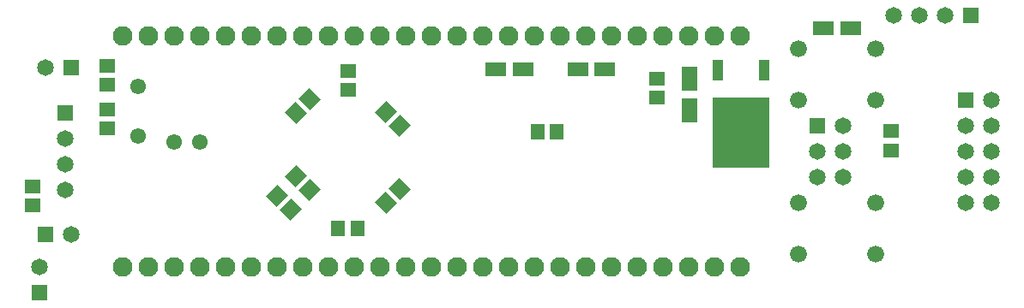
<source format=gbs>
%FSLAX25Y25*%
%MOIN*%
G70*
G01*
G75*
G04 Layer_Color=16711935*
%ADD10R,0.05118X0.05906*%
%ADD11R,0.08661X0.05906*%
%ADD12R,0.05906X0.05118*%
G04:AMPARAMS|DCode=13|XSize=9.84mil|YSize=61.02mil|CornerRadius=0mil|HoleSize=0mil|Usage=FLASHONLY|Rotation=45.000|XOffset=0mil|YOffset=0mil|HoleType=Round|Shape=Round|*
%AMOVALD13*
21,1,0.05118,0.00984,0.00000,0.00000,135.0*
1,1,0.00984,0.01810,-0.01810*
1,1,0.00984,-0.01810,0.01810*
%
%ADD13OVALD13*%

G04:AMPARAMS|DCode=14|XSize=9.84mil|YSize=61.02mil|CornerRadius=0mil|HoleSize=0mil|Usage=FLASHONLY|Rotation=315.000|XOffset=0mil|YOffset=0mil|HoleType=Round|Shape=Round|*
%AMOVALD14*
21,1,0.05118,0.00984,0.00000,0.00000,45.0*
1,1,0.00984,-0.01810,-0.01810*
1,1,0.00984,0.01810,0.01810*
%
%ADD14OVALD14*%

%ADD15R,0.08012X0.05906*%
%ADD16R,0.05906X0.08012*%
%ADD17C,0.03937*%
%ADD18C,0.01000*%
%ADD19C,0.06000*%
%ADD20R,0.05906X0.05906*%
%ADD21C,0.05906*%
%ADD22C,0.07087*%
%ADD23R,0.05906X0.05906*%
%ADD24C,0.05512*%
%ADD25C,0.02756*%
G04:AMPARAMS|DCode=26|XSize=59.06mil|YSize=51.18mil|CornerRadius=0mil|HoleSize=0mil|Usage=FLASHONLY|Rotation=315.000|XOffset=0mil|YOffset=0mil|HoleType=Round|Shape=Rectangle|*
%AMROTATEDRECTD26*
4,1,4,-0.03897,0.00278,-0.00278,0.03897,0.03897,-0.00278,0.00278,-0.03897,-0.03897,0.00278,0.0*
%
%ADD26ROTATEDRECTD26*%

G04:AMPARAMS|DCode=27|XSize=59.06mil|YSize=51.18mil|CornerRadius=0mil|HoleSize=0mil|Usage=FLASHONLY|Rotation=45.000|XOffset=0mil|YOffset=0mil|HoleType=Round|Shape=Rectangle|*
%AMROTATEDRECTD27*
4,1,4,-0.00278,-0.03897,-0.03897,-0.00278,0.00278,0.03897,0.03897,0.00278,-0.00278,-0.03897,0.0*
%
%ADD27ROTATEDRECTD27*%

%ADD28R,0.05906X0.08661*%
%ADD29R,0.03740X0.07480*%
%ADD30R,0.21654X0.27165*%
%ADD31R,0.07874X0.05118*%
%ADD32C,0.03740*%
%ADD33C,0.02362*%
%ADD34C,0.00394*%
%ADD35C,0.00787*%
%ADD36C,0.00800*%
%ADD37C,0.00100*%
%ADD38C,0.00591*%
%ADD39R,0.04000X0.04000*%
%ADD40R,0.05709X0.06496*%
%ADD41R,0.09252X0.06496*%
%ADD42R,0.06496X0.05709*%
%ADD43R,0.08603X0.06496*%
%ADD44R,0.06496X0.08603*%
%ADD45C,0.06591*%
%ADD46R,0.06496X0.06496*%
%ADD47C,0.06496*%
%ADD48C,0.07677*%
%ADD49R,0.06496X0.06496*%
%ADD50C,0.06102*%
G04:AMPARAMS|DCode=51|XSize=64.96mil|YSize=57.09mil|CornerRadius=0mil|HoleSize=0mil|Usage=FLASHONLY|Rotation=315.000|XOffset=0mil|YOffset=0mil|HoleType=Round|Shape=Rectangle|*
%AMROTATEDRECTD51*
4,1,4,-0.04315,0.00278,-0.00278,0.04315,0.04315,-0.00278,0.00278,-0.04315,-0.04315,0.00278,0.0*
%
%ADD51ROTATEDRECTD51*%

G04:AMPARAMS|DCode=52|XSize=64.96mil|YSize=57.09mil|CornerRadius=0mil|HoleSize=0mil|Usage=FLASHONLY|Rotation=45.000|XOffset=0mil|YOffset=0mil|HoleType=Round|Shape=Rectangle|*
%AMROTATEDRECTD52*
4,1,4,-0.00278,-0.04315,-0.04315,-0.00278,0.00278,0.04315,0.04315,0.00278,-0.00278,-0.04315,0.0*
%
%ADD52ROTATEDRECTD52*%

%ADD53R,0.06496X0.09252*%
%ADD54R,0.04331X0.08071*%
%ADD55R,0.22244X0.27756*%
%ADD56R,0.08465X0.05709*%
D40*
X265240Y123500D02*
D03*
X257760D02*
D03*
X180260Y86000D02*
D03*
X187740D02*
D03*
D42*
X90500Y141760D02*
D03*
Y149240D02*
D03*
Y124760D02*
D03*
Y132240D02*
D03*
X184000Y139760D02*
D03*
Y147240D02*
D03*
X304260Y144311D02*
D03*
Y136831D02*
D03*
X395000Y123740D02*
D03*
Y116260D02*
D03*
X61500Y102240D02*
D03*
Y94760D02*
D03*
D45*
X359000Y136000D02*
D03*
Y156000D02*
D03*
X389000Y136000D02*
D03*
Y156000D02*
D03*
X359000Y76000D02*
D03*
Y96000D02*
D03*
X389000Y76000D02*
D03*
Y96000D02*
D03*
D46*
X424000Y136000D02*
D03*
X74000Y131000D02*
D03*
X366500Y126000D02*
D03*
X64000Y61000D02*
D03*
D47*
X434000Y136000D02*
D03*
X424000Y126000D02*
D03*
X434000D02*
D03*
X424000Y116000D02*
D03*
X434000D02*
D03*
X424000Y106000D02*
D03*
X434000D02*
D03*
X424000Y96000D02*
D03*
X434000D02*
D03*
X74000Y101000D02*
D03*
Y111000D02*
D03*
Y121000D02*
D03*
X416000Y169000D02*
D03*
X406000D02*
D03*
X396000D02*
D03*
X366500Y116000D02*
D03*
Y106000D02*
D03*
X376500Y126000D02*
D03*
Y116000D02*
D03*
Y106000D02*
D03*
X64000Y71000D02*
D03*
X76500Y83500D02*
D03*
X66500Y148500D02*
D03*
D48*
X96500Y161000D02*
D03*
X106500D02*
D03*
X316500D02*
D03*
X326500D02*
D03*
X336500D02*
D03*
X306500D02*
D03*
X296500D02*
D03*
X286500D02*
D03*
X276500D02*
D03*
X266500D02*
D03*
X256500D02*
D03*
X246500D02*
D03*
X236500D02*
D03*
X226500D02*
D03*
X216500D02*
D03*
X206500D02*
D03*
X196500D02*
D03*
X116500D02*
D03*
X126500D02*
D03*
X136500D02*
D03*
X146500D02*
D03*
X156500D02*
D03*
X166500D02*
D03*
X176500D02*
D03*
X186500D02*
D03*
X336500Y71000D02*
D03*
X306500D02*
D03*
X286500D02*
D03*
X276500D02*
D03*
X266500D02*
D03*
X256500D02*
D03*
X246500D02*
D03*
X236500D02*
D03*
X226500D02*
D03*
X216500D02*
D03*
X206500D02*
D03*
X196500D02*
D03*
X186500D02*
D03*
X176500D02*
D03*
X166500D02*
D03*
X156500D02*
D03*
X146500D02*
D03*
X136500D02*
D03*
X126500D02*
D03*
X116500D02*
D03*
X106500D02*
D03*
X96500D02*
D03*
X296500D02*
D03*
X316500D02*
D03*
X326500D02*
D03*
D49*
X426000Y169000D02*
D03*
X66500Y83500D02*
D03*
X76500Y148500D02*
D03*
D50*
X102500Y141213D02*
D03*
Y122000D02*
D03*
X116500Y119500D02*
D03*
X126500D02*
D03*
D51*
X198855Y95855D02*
D03*
X204145Y101145D02*
D03*
X163855Y130855D02*
D03*
X169145Y136145D02*
D03*
D52*
X204145Y125855D02*
D03*
X198855Y131145D02*
D03*
X161645Y93355D02*
D03*
X156355Y98645D02*
D03*
X169145Y100855D02*
D03*
X163855Y106145D02*
D03*
D53*
X316760Y144174D02*
D03*
Y131969D02*
D03*
D54*
X327783Y147697D02*
D03*
X345736D02*
D03*
D55*
X336760Y123288D02*
D03*
D56*
X368900Y164000D02*
D03*
X379400D02*
D03*
X273400Y148000D02*
D03*
X283900D02*
D03*
X252100D02*
D03*
X241600D02*
D03*
M02*

</source>
